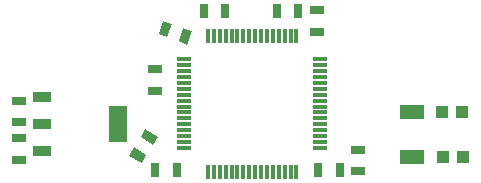
<source format=gbr>
G04 EAGLE Gerber X2 export*
G04 #@! %TF.Part,Single*
G04 #@! %TF.FileFunction,Paste,Top*
G04 #@! %TF.FilePolarity,Positive*
G04 #@! %TF.GenerationSoftware,Autodesk,EAGLE,8.6.0*
G04 #@! %TF.CreationDate,2018-03-03T07:32:50Z*
G75*
%MOMM*%
%FSLAX34Y34*%
%LPD*%
%AMOC8*
5,1,8,0,0,1.08239X$1,22.5*%
G01*
%ADD10R,1.100000X1.000000*%
%ADD11R,0.800000X1.200000*%
%ADD12R,1.200000X0.800000*%
%ADD13R,1.200000X0.300000*%
%ADD14R,0.300000X1.200000*%
%ADD15R,2.000000X1.300000*%
%ADD16R,1.600200X0.838200*%
%ADD17R,1.600200X3.098800*%


D10*
X480520Y132989D03*
X497520Y132989D03*
X481491Y95118D03*
X498491Y95118D03*
D11*
X359018Y218477D03*
X341018Y218477D03*
D12*
X237992Y151009D03*
X237992Y169009D03*
D11*
X376001Y84012D03*
X394001Y84012D03*
D12*
X375024Y218995D03*
X375024Y200995D03*
D11*
X238008Y83993D03*
X256008Y83993D03*
X279004Y218003D03*
X297004Y218003D03*
G36*
X248253Y196052D02*
X240737Y198788D01*
X244841Y210064D01*
X252357Y207328D01*
X248253Y196052D01*
G37*
G36*
X265168Y189896D02*
X257652Y192632D01*
X261756Y203908D01*
X269272Y201172D01*
X265168Y189896D01*
G37*
G36*
X230505Y96609D02*
X226337Y89781D01*
X216095Y96033D01*
X220263Y102861D01*
X230505Y96609D01*
G37*
G36*
X239883Y111973D02*
X235715Y105145D01*
X225473Y111397D01*
X229641Y118225D01*
X239883Y111973D01*
G37*
D12*
X410008Y101019D03*
X410008Y83019D03*
D13*
X377514Y137488D03*
X377514Y142488D03*
X377514Y147488D03*
X377514Y132488D03*
X377514Y127488D03*
X377514Y122488D03*
X377514Y117488D03*
X377514Y112488D03*
X377514Y102488D03*
X377514Y107488D03*
X377514Y152488D03*
X377514Y157488D03*
X377514Y162488D03*
X377514Y167488D03*
X377514Y172488D03*
X377514Y177488D03*
D14*
X322514Y197488D03*
X327514Y197488D03*
X332514Y197488D03*
X337514Y197488D03*
X342514Y197488D03*
X347514Y197488D03*
X352514Y197488D03*
X357514Y197488D03*
X317514Y197488D03*
X312514Y197488D03*
X307514Y197488D03*
X302514Y197488D03*
X297514Y197488D03*
X292514Y197488D03*
X287514Y197488D03*
X282514Y197488D03*
D13*
X262514Y137488D03*
X262514Y142488D03*
X262514Y147488D03*
X262514Y132488D03*
X262514Y127488D03*
X262514Y122488D03*
X262514Y117488D03*
X262514Y112488D03*
X262514Y102488D03*
X262514Y107488D03*
X262514Y152488D03*
X262514Y157488D03*
X262514Y162488D03*
X262514Y167488D03*
X262514Y172488D03*
X262514Y177488D03*
D14*
X322514Y82488D03*
X327514Y82488D03*
X332514Y82488D03*
X337514Y82488D03*
X342514Y82488D03*
X347514Y82488D03*
X352514Y82488D03*
X357514Y82488D03*
X317514Y82488D03*
X312514Y82488D03*
X307514Y82488D03*
X302514Y82488D03*
X297514Y82488D03*
X292514Y82488D03*
X287514Y82488D03*
X282514Y82488D03*
D15*
X455001Y95002D03*
X455001Y133002D03*
D12*
X122200Y142100D03*
X122200Y124100D03*
X122300Y92500D03*
X122300Y110500D03*
D16*
X141996Y146000D03*
X141996Y123000D03*
X141996Y100000D03*
D17*
X206004Y123000D03*
M02*

</source>
